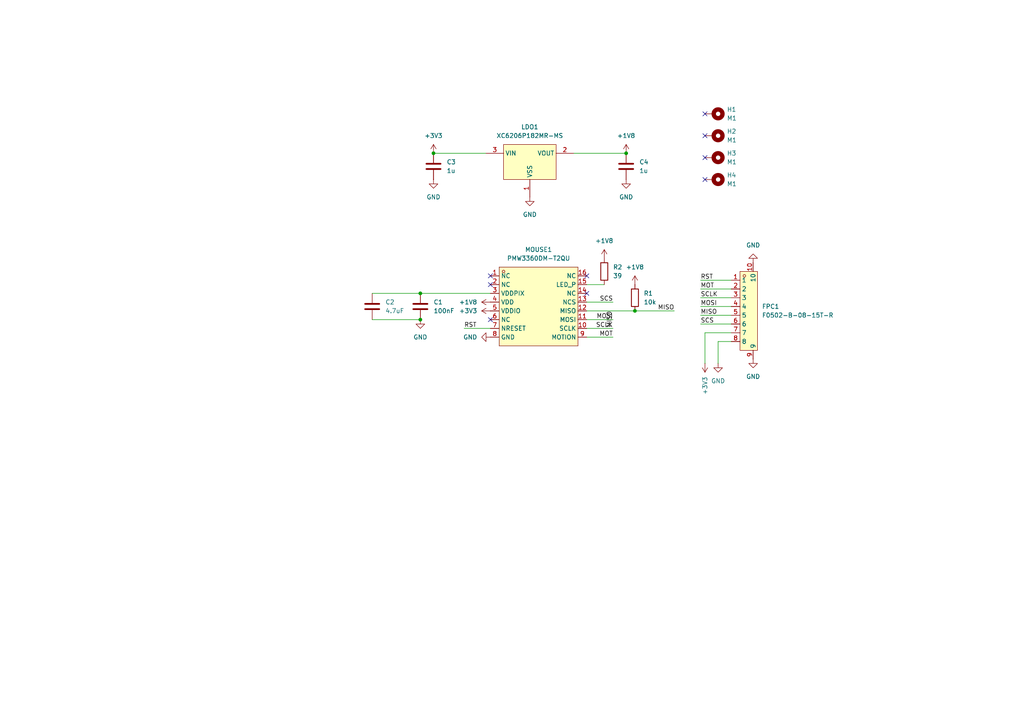
<source format=kicad_sch>
(kicad_sch (version 20231120) (generator "eeschema") (generator_version "8.0")
  (paper "A4")
  (lib_symbols
    (symbol "Device:C" (pin_numbers hide) (pin_names (offset 0.254))
      (property "Reference" "C" (at 0.635 2.54 0))
      (property "Value" "C" (at 0.635 -2.54 0))
      (symbol "C_0_1"
        (polyline (pts (xy -2.032 -0.762) (xy 2.032 -0.762)) (stroke (width 0.508)))
        (polyline (pts (xy -2.032 0.762) (xy 2.032 0.762)) (stroke (width 0.508)))
      )
      (symbol "C_1_1"
        (pin passive line (at 0 3.81 270) (length 2.794) (name "~") (number "1"))
        (pin passive line (at 0 -3.81 90) (length 2.794) (name "~") (number "2"))
      )
    )
    (symbol "Device:R" (pin_numbers hide) (pin_names (offset 0))
      (property "Reference" "R" (at 2.032 0 90))
      (property "Value" "R" (at 0 0 90))
      (symbol "R_0_1"
        (rectangle (start -1.016 -2.54) (end 1.016 2.54) (stroke (width 0.254)))
      )
      (symbol "R_1_1"
        (pin passive line (at 0 3.81 270) (length 1.27) (name "~") (number "1"))
        (pin passive line (at 0 -3.81 90) (length 1.27) (name "~") (number "2"))
      )
    )
    (symbol "EasyEDA:F0502-B-08-15T-R"
      (property "Reference" "FPC" (at 0 19.05 0))
      (property "Value" "F0502-B-08-15T-R" (at 0 -19.05 0))
      (symbol "F0502-B-08-15T-R_0_1"
        (rectangle (start -2.54 11.43) (end 2.54 -11.43) (fill (type background)))
        (circle (center -1.27 10.16) (radius 0.38))
        (pin unspecified line (at -5.08 8.89 0) (length 2.54) (name "1") (number "1"))
        (pin unspecified line (at 1.27 13.97 270) (length 2.54) (name "10") (number "10"))
        (pin unspecified line (at -5.08 6.35 0) (length 2.54) (name "2") (number "2"))
        (pin unspecified line (at -5.08 3.81 0) (length 2.54) (name "3") (number "3"))
        (pin unspecified line (at -5.08 1.27 0) (length 2.54) (name "4") (number "4"))
        (pin unspecified line (at -5.08 -1.27 0) (length 2.54) (name "5") (number "5"))
        (pin unspecified line (at -5.08 -3.81 0) (length 2.54) (name "6") (number "6"))
        (pin unspecified line (at -5.08 -6.35 0) (length 2.54) (name "7") (number "7"))
        (pin unspecified line (at -5.08 -8.89 0) (length 2.54) (name "8") (number "8"))
        (pin unspecified line (at 1.27 -13.97 90) (length 2.54) (name "9") (number "9"))
      )
    )
    (symbol "EasyEDA:PMW3360DM-T2QU"
      (property "Reference" "U" (at 0 13.97 0))
      (property "Value" "PMW3360DM-T2QU" (at 0 -13.97 0))
      (symbol "PMW3360DM-T2QU_0_1"
        (rectangle (start -11.43 11.43) (end 11.43 -11.43) (fill (type background)))
        (circle (center -10.16 10.16) (radius 0.38))
        (pin unspecified line (at -13.97 8.89 0) (length 2.54) (name "NC") (number "1"))
        (pin unspecified line (at 13.97 -6.35 180) (length 2.54) (name "SCLK") (number "10"))
        (pin unspecified line (at 13.97 -3.81 180) (length 2.54) (name "MOSI") (number "11"))
        (pin unspecified line (at 13.97 -1.27 180) (length 2.54) (name "MISO") (number "12"))
        (pin unspecified line (at 13.97 1.27 180) (length 2.54) (name "NCS") (number "13"))
        (pin unspecified line (at 13.97 3.81 180) (length 2.54) (name "NC") (number "14"))
        (pin unspecified line (at 13.97 6.35 180) (length 2.54) (name "LED_P") (number "15"))
        (pin unspecified line (at 13.97 8.89 180) (length 2.54) (name "NC") (number "16"))
        (pin unspecified line (at -13.97 6.35 0) (length 2.54) (name "NC") (number "2"))
        (pin unspecified line (at -13.97 3.81 0) (length 2.54) (name "VDDPIX") (number "3"))
        (pin unspecified line (at -13.97 1.27 0) (length 2.54) (name "VDD") (number "4"))
        (pin unspecified line (at -13.97 -1.27 0) (length 2.54) (name "VDDIO") (number "5"))
        (pin unspecified line (at -13.97 -3.81 0) (length 2.54) (name "NC") (number "6"))
        (pin unspecified line (at -13.97 -6.35 0) (length 2.54) (name "NRESET") (number "7"))
        (pin unspecified line (at -13.97 -8.89 0) (length 2.54) (name "GND") (number "8"))
        (pin unspecified line (at 13.97 -8.89 180) (length 2.54) (name "MOTION") (number "9"))
      )
    )
    (symbol "EasyEDA:XC6206P182MR-MS"
      (property "Reference" "U" (at 0 10.16 0))
      (property "Value" "XC6206P182MR-MS" (at 0 -12.7 0))
      (symbol "XC6206P182MR-MS_0_1"
        (rectangle (start -7.62 7.62) (end 7.62 -2.54) (fill (type background)))
        (pin unspecified line (at 0 -7.62 90) (length 5.08) (name "VSS") (number "1"))
        (pin unspecified line (at 12.7 5.08 180) (length 5.08) (name "VOUT") (number "2"))
        (pin unspecified line (at -12.7 5.08 0) (length 5.08) (name "VIN") (number "3"))
      )
    )
    (symbol "Mechanical:MountingHole_Pad" (pin_numbers hide) (pin_names (offset 1.016) hide) (exclude_from_sim yes) (in_bom no)
      (property "Reference" "H" (at 0 6.35 0))
      (property "Value" "MountingHole_Pad" (at 0 4.445 0))
      (symbol "MountingHole_Pad_0_1"
        (circle (center 0 1.27) (radius 1.27) (stroke (width 1.27)))
      )
      (symbol "MountingHole_Pad_1_1"
        (pin input line (at 0 -2.54 90) (length 2.54) (name "1") (number "1"))
      )
    )
    (symbol "power:+1V8" (power) (pin_numbers hide) (pin_names (offset 0) hide)
      (property "Value" "+1V8" (at 0 3.556 0))
      (symbol "+1V8_0_1"
        (polyline (pts (xy -0.762 1.27) (xy 0 2.54)))
        (polyline (pts (xy 0 0) (xy 0 2.54)))
        (polyline (pts (xy 0 2.54) (xy 0.762 1.27)))
      )
      (symbol "+1V8_1_1"
        (pin power_in line (at 0 0 90) (length 0) (name "~") (number "1"))
      )
    )
    (symbol "power:+3V3" (power) (pin_numbers hide) (pin_names (offset 0) hide)
      (property "Value" "+3V3" (at 0 3.556 0))
      (symbol "+3V3_0_1"
        (polyline (pts (xy -0.762 1.27) (xy 0 2.54)))
        (polyline (pts (xy 0 0) (xy 0 2.54)))
        (polyline (pts (xy 0 2.54) (xy 0.762 1.27)))
      )
      (symbol "+3V3_1_1"
        (pin power_in line (at 0 0 90) (length 0) (name "~") (number "1"))
      )
    )
    (symbol "power:GND" (power) (pin_numbers hide) (pin_names (offset 0) hide)
      (property "Value" "GND" (at 0 -3.81 0))
      (symbol "GND_0_1"
        (polyline (pts (xy 0 0) (xy 0 -1.27) (xy 1.27 -1.27) (xy 0 -2.54) (xy -1.27 -1.27) (xy 0 -1.27)))
      )
      (symbol "GND_1_1"
        (pin power_in line (at 0 0 270) (length 0) (name "~") (number "1"))
      )
    )
  )
  (junction (at 181.61 44.45))
  (junction (at 184.15 90.17))
  (junction (at 121.92 85.09))
  (junction (at 125.73 44.45))
  (junction (at 121.92 92.71))
  (no_connect (at 142.24 80.01))
  (no_connect (at 204.47 52.07))
  (no_connect (at 142.24 92.71))
  (no_connect (at 204.47 33.02))
  (no_connect (at 142.24 82.55))
  (no_connect (at 170.18 80.01))
  (no_connect (at 204.47 45.72))
  (no_connect (at 204.47 39.37))
  (no_connect (at 170.18 85.09))
  (wire (pts (xy 170.18 87.63) (xy 177.8 87.63)))
  (wire (pts (xy 107.95 85.09) (xy 121.92 85.09)))
  (wire (pts (xy 203.2 88.9) (xy 212.09 88.9)))
  (wire (pts (xy 170.18 95.25) (xy 177.8 95.25)))
  (wire (pts (xy 208.28 99.06) (xy 208.28 105.41)))
  (wire (pts (xy 204.47 105.41) (xy 204.47 96.52)))
  (wire (pts (xy 203.2 91.44) (xy 212.09 91.44)))
  (wire (pts (xy 134.62 95.25) (xy 142.24 95.25)))
  (wire (pts (xy 170.18 92.71) (xy 177.8 92.71)))
  (wire (pts (xy 203.2 86.36) (xy 212.09 86.36)))
  (wire (pts (xy 107.95 92.71) (xy 121.92 92.71)))
  (wire (pts (xy 166.37 44.45) (xy 181.61 44.45)))
  (wire (pts (xy 170.18 82.55) (xy 175.26 82.55)))
  (wire (pts (xy 170.18 90.17) (xy 184.15 90.17)))
  (wire (pts (xy 203.2 93.98) (xy 212.09 93.98)))
  (wire (pts (xy 203.2 83.82) (xy 212.09 83.82)))
  (wire (pts (xy 203.2 81.28) (xy 212.09 81.28)))
  (wire (pts (xy 121.92 85.09) (xy 142.24 85.09)))
  (wire (pts (xy 195.58 90.17) (xy 184.15 90.17)))
  (wire (pts (xy 212.09 99.06) (xy 208.28 99.06)))
  (wire (pts (xy 125.73 44.45) (xy 140.97 44.45)))
  (wire (pts (xy 204.47 96.52) (xy 212.09 96.52)))
  (wire (pts (xy 170.18 97.79) (xy 177.8 97.79)))
  (label "MOSI" (at 177.8 92.71 180))
  (label "RST" (at 203.2 81.28 0))
  (label "MOSI" (at 203.2 88.9 0))
  (label "MOT" (at 203.2 83.82 0))
  (label "SCS" (at 203.2 93.98 0))
  (label "MISO" (at 203.2 91.44 0))
  (label "SCLK" (at 177.8 95.25 180))
  (label "SCS" (at 177.8 87.63 180))
  (label "RST" (at 134.62 95.25 0))
  (label "MISO" (at 177.8 90.17 270))
  (label "SCLK" (at 203.2 86.36 0))
  (label "MOT" (at 177.8 97.79 180))
  (label "MISO" (at 195.58 90.17 180))
  (symbol (lib_id "Device:C") (at 125.73 48.26 0) (unit 1)
    (property "Reference" "C3" (at 129.54 46.9899 0) (effects (justify left)))
    (property "Value" "1u" (at 129.54 49.5299 0) (effects (justify left)))
    (property "Footprint" "Capacitor_SMD:C_0603_1608Metric" (effects (hide yes)))
    (property "Description" "Unpolarized capacitor" (effects (hide yes)))
  )
  (symbol (lib_id "EasyEDA:XC6206P182MR-MS") (at 153.67 49.53 0) (unit 1)
    (property "Reference" "LDO1" (at 153.67 36.83 0))
    (property "Value" "XC6206P182MR-MS" (at 153.67 39.37 0))
    (property "Footprint" "Package_TO_SOT_SMD:SOT-23-3" (effects (hide yes)))
    (property "LCSC Part" "C5252894" (effects (hide yes)))
  )
  (symbol (lib_id "power:+1V8") (at 181.61 44.45 0) (unit 1)
    (property "Reference" "#PWR011" (effects (hide yes)))
    (property "Value" "+1V8" (at 181.61 39.37 0))
    (property "Description" "Power symbol creates a global label with name \"+1V8\"" (effects (hide yes)))
  )
  (symbol (lib_id "Device:C") (at 107.95 88.9 0) (unit 1)
    (property "Reference" "C2" (at 111.76 87.6299 0) (effects (justify left)))
    (property "Value" "4.7uF" (at 111.76 90.1699 0) (effects (justify left)))
    (property "Footprint" "Capacitor_SMD:C_0603_1608Metric" (effects (hide yes)))
    (property "Description" "Unpolarized capacitor" (effects (hide yes)))
  )
  (symbol (lib_id "Device:R") (at 175.26 78.74 0) (unit 1)
    (property "Reference" "R2" (at 177.8 77.4699 0) (effects (justify left)))
    (property "Value" "39" (at 177.8 80.0099 0) (effects (justify left)))
    (property "Footprint" "PCM_Resistor_SMD_AKL:R_0603_1608Metric" (effects (hide yes)))
    (property "Description" "Resistor" (effects (hide yes)))
  )
  (symbol (lib_id "EasyEDA:PMW3360DM-T2QU") (at 156.21 88.9 0) (unit 1)
    (property "Reference" "MOUSE1" (at 156.21 72.39 0))
    (property "Value" "PMW3360DM-T2QU" (at 156.21 74.93 0))
    (property "Footprint" "EasyEDA:PDIP-16_L16.2-W9.1-P1.78-TL_PMW3389DM-T3QU" (effects (hide yes)))
    (property "LCSC Part" "C20612443" (effects (hide yes)))
  )
  (symbol (lib_id "Mechanical:MountingHole_Pad") (at 207.01 52.07 270) (unit 1) (exclude_from_sim yes) (in_bom no)
    (property "Reference" "H4" (at 210.82 50.7999 90) (effects (justify left)))
    (property "Value" "M1" (at 210.82 53.3399 90) (effects (justify left)))
    (property "Footprint" "CustomMountingHole:MountingHole_1.2mm_M1_Pad" (effects (hide yes)))
    (property "Description" "Mounting Hole with connection" (effects (hide yes)))
  )
  (symbol (lib_id "power:GND") (at 142.24 97.79 270) (unit 1)
    (property "Reference" "#PWR04" (effects (hide yes)))
    (property "Value" "GND" (at 138.43 97.7899 90) (effects (justify right)))
    (property "Description" "Power symbol creates a global label with name \"GND\" , ground" (effects (hide yes)))
  )
  (symbol (lib_id "power:+3V3") (at 204.47 105.41 180) (unit 1)
    (property "Reference" "#PWR016" (effects (hide yes)))
    (property "Value" "+3V3" (at 204.4699 109.22 90) (effects (justify left)))
    (property "Description" "Power symbol creates a global label with name \"+3V3\"" (effects (hide yes)))
  )
  (symbol (lib_id "power:GND") (at 218.44 76.2 180) (unit 1)
    (property "Reference" "#PWR014" (effects (hide yes)))
    (property "Value" "GND" (at 218.44 71.12 0))
    (property "Description" "Power symbol creates a global label with name \"GND\" , ground" (effects (hide yes)))
  )
  (symbol (lib_id "Device:C") (at 181.61 48.26 0) (unit 1)
    (property "Reference" "C4" (at 185.42 46.9899 0) (effects (justify left)))
    (property "Value" "1u" (at 185.42 49.53 0) (effects (justify left)))
    (property "Footprint" "Capacitor_SMD:C_0603_1608Metric" (effects (hide yes)))
    (property "Description" "Unpolarized capacitor" (effects (hide yes)))
  )
  (symbol (lib_id "Device:R") (at 184.15 86.36 180) (unit 1)
    (property "Reference" "R1" (at 186.69 85.0899 0) (effects (justify right)))
    (property "Value" "10k" (at 186.69 87.6299 0) (effects (justify right)))
    (property "Footprint" "PCM_Resistor_SMD_AKL:R_0603_1608Metric" (effects (hide yes)))
    (property "Description" "Resistor" (effects (hide yes)))
  )
  (symbol (lib_id "power:GND") (at 121.92 92.71 0) (unit 1)
    (property "Reference" "#PWR01" (effects (hide yes)))
    (property "Value" "GND" (at 121.92 97.79 0))
    (property "Description" "Power symbol creates a global label with name \"GND\" , ground" (effects (hide yes)))
  )
  (symbol (lib_id "power:+3V3") (at 142.24 90.17 90) (unit 1)
    (property "Reference" "#PWR03" (effects (hide yes)))
    (property "Value" "+3V3" (at 138.43 90.1699 90) (effects (justify left)))
    (property "Description" "Power symbol creates a global label with name \"+3V3\"" (effects (hide yes)))
  )
  (symbol (lib_id "power:+3V3") (at 125.73 44.45 0) (unit 1)
    (property "Reference" "#PWR010" (effects (hide yes)))
    (property "Value" "+3V3" (at 125.73 39.37 0))
    (property "Description" "Power symbol creates a global label with name \"+3V3\"" (effects (hide yes)))
  )
  (symbol (lib_id "power:GND") (at 125.73 52.07 0) (unit 1)
    (property "Reference" "#PWR012" (effects (hide yes)))
    (property "Value" "GND" (at 125.73 57.15 0))
    (property "Description" "Power symbol creates a global label with name \"GND\" , ground" (effects (hide yes)))
  )
  (symbol (lib_id "EasyEDA:F0502-B-08-15T-R") (at 217.17 90.17 0) (unit 1)
    (property "Reference" "FPC1" (at 220.98 88.8999 0) (effects (justify left)))
    (property "Value" "F0502-B-08-15T-R" (at 220.98 91.4399 0) (effects (justify left)))
    (property "Footprint" "EasyEDA:FPC-SMD_8P-P0.50_F0502-B-08-15T-R" (effects (hide yes)))
    (property "LCSC Part" "C2895840" (effects (hide yes)))
  )
  (symbol (lib_id "power:+1V8") (at 184.15 82.55 0) (unit 1)
    (property "Reference" "#PWR05" (effects (hide yes)))
    (property "Value" "+1V8" (at 184.15 77.47 0))
    (property "Description" "Power symbol creates a global label with name \"+1V8\"" (effects (hide yes)))
  )
  (symbol (lib_id "Device:C") (at 121.92 88.9 0) (unit 1)
    (property "Reference" "C1" (at 125.73 87.6299 0) (effects (justify left)))
    (property "Value" "100nF" (at 125.73 90.1699 0) (effects (justify left)))
    (property "Footprint" "Capacitor_SMD:C_0603_1608Metric" (effects (hide yes)))
    (property "Description" "Unpolarized capacitor" (effects (hide yes)))
  )
  (symbol (lib_id "Mechanical:MountingHole_Pad") (at 207.01 45.72 270) (unit 1) (exclude_from_sim yes) (in_bom no)
    (property "Reference" "H3" (at 210.82 44.4499 90) (effects (justify left)))
    (property "Value" "M1" (at 210.82 46.9899 90) (effects (justify left)))
    (property "Footprint" "CustomMountingHole:MountingHole_1.2mm_M1_Pad" (effects (hide yes)))
    (property "Description" "Mounting Hole with connection" (effects (hide yes)))
  )
  (symbol (lib_id "power:GND") (at 208.28 105.41 0) (unit 1)
    (property "Reference" "#PWR017" (effects (hide yes)))
    (property "Value" "GND" (at 208.28 110.49 0))
    (property "Description" "Power symbol creates a global label with name \"GND\" , ground" (effects (hide yes)))
  )
  (symbol (lib_id "power:GND") (at 153.67 57.15 0) (unit 1)
    (property "Reference" "#PWR09" (effects (hide yes)))
    (property "Value" "GND" (at 153.67 62.23 0))
    (property "Description" "Power symbol creates a global label with name \"GND\" , ground" (effects (hide yes)))
  )
  (symbol (lib_id "Mechanical:MountingHole_Pad") (at 207.01 39.37 270) (unit 1) (exclude_from_sim yes) (in_bom no)
    (property "Reference" "H2" (at 210.82 38.0999 90) (effects (justify left)))
    (property "Value" "M1" (at 210.82 40.6399 90) (effects (justify left)))
    (property "Footprint" "CustomMountingHole:MountingHole_1.2mm_M1_Pad" (effects (hide yes)))
    (property "Description" "Mounting Hole with connection" (effects (hide yes)))
  )
  (symbol (lib_id "power:GND") (at 218.44 104.14 0) (unit 1)
    (property "Reference" "#PWR015" (effects (hide yes)))
    (property "Value" "GND" (at 218.44 109.22 0))
    (property "Description" "Power symbol creates a global label with name \"GND\" , ground" (effects (hide yes)))
  )
  (symbol (lib_id "power:+1V8") (at 175.26 74.93 0) (unit 1)
    (property "Reference" "#PWR06" (effects (hide yes)))
    (property "Value" "+1V8" (at 175.26 69.85 0))
    (property "Description" "Power symbol creates a global label with name \"+1V8\"" (effects (hide yes)))
  )
  (symbol (lib_id "power:+1V8") (at 142.24 87.63 90) (unit 1)
    (property "Reference" "#PWR02" (effects (hide yes)))
    (property "Value" "+1V8" (at 138.43 87.6299 90) (effects (justify left)))
    (property "Description" "Power symbol creates a global label with name \"+1V8\"" (effects (hide yes)))
  )
  (symbol (lib_id "power:GND") (at 181.61 52.07 0) (unit 1)
    (property "Reference" "#PWR013" (effects (hide yes)))
    (property "Value" "GND" (at 181.61 57.15 0))
    (property "Description" "Power symbol creates a global label with name \"GND\" , ground" (effects (hide yes)))
  )
  (symbol (lib_id "Mechanical:MountingHole_Pad") (at 207.01 33.02 270) (unit 1) (exclude_from_sim yes) (in_bom no)
    (property "Reference" "H1" (at 210.82 31.7499 90) (effects (justify left)))
    (property "Value" "M1" (at 210.82 34.2899 90) (effects (justify left)))
    (property "Footprint" "CustomMountingHole:MountingHole_1.2mm_M1_Pad" (effects (hide yes)))
    (property "Description" "Mounting Hole with connection" (effects (hide yes)))
  )
)
</source>
